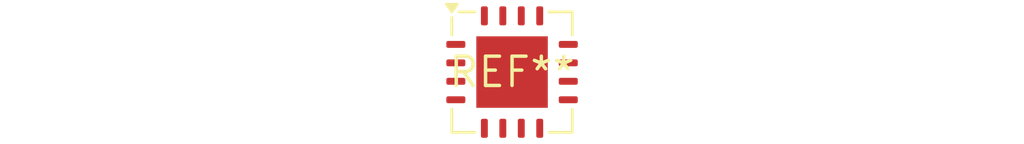
<source format=kicad_pcb>
(kicad_pcb (version 20240108) (generator pcbnew)
  (layers (0 "F.Cu" signal) (31 "B.Cu" signal) (34 "B.Paste" user) (35 "F.Paste" user) (36 "B.SilkS" user "B.Silkscreen") (37 "F.SilkS" user "F.Silkscreen") (38 "B.Mask" user) (39 "F.Mask" user) (44 "Edge.Cuts" user))
  (net 0 "")
  (footprint "TQFN-16-1EP_5x5mm_P0.8mm_EP3.1x3.1mm" (layer "F.Cu") (at 0 0)
    (property "Reference" "REF**")
    (property "Value" "TQFN-16-1EP_5x5mm_P0.8mm_EP3.1x3.1mm")
    (fp_line (start -2.61 -1.61) (end -2.61 -2.37) (layer "F.SilkS") (stroke (width 0.12)))
    (fp_line (start -2.61 2.61) (end -2.61 1.61) (layer "F.SilkS") (stroke (width 0.12)))
    (fp_line (start -1.61 -2.61) (end -2.31 -2.61) (layer "F.SilkS") (stroke (width 0.12)))
    (fp_line (start -1.61 2.61) (end -2.61 2.61) (layer "F.SilkS") (stroke (width 0.12)))
    (fp_line (start 1.61 -2.61) (end 2.61 -2.61) (layer "F.SilkS") (stroke (width 0.12)))
    (fp_line (start 1.61 2.61) (end 2.61 2.61) (layer "F.SilkS") (stroke (width 0.12)))
    (fp_line (start 2.61 -2.61) (end 2.61 -1.61) (layer "F.SilkS") (stroke (width 0.12)))
    (fp_line (start 2.61 2.61) (end 2.61 1.61) (layer "F.SilkS") (stroke (width 0.12)))
    (fp_poly (pts (xy -2.61 -2.61) (xy -2.85 -2.94) (xy -2.37 -2.94) (xy -2.61 -2.61)) (layer "F.SilkS") (stroke (width 0.12)) (fill solid))
    (pad "1" smd roundrect (at -2.4375 -1.2) (size 0.825 0.3) (layers "F.Cu" "F.Paste" "F.Mask"))
    (pad "2" smd roundrect (at -2.4375 -0.4) (size 0.825 0.3) (layers "F.Cu" "F.Paste" "F.Mask"))
    (pad "3" smd roundrect (at -2.4375 0.4) (size 0.825 0.3) (layers "F.Cu" "F.Paste" "F.Mask"))
    (pad "4" smd roundrect (at -2.4375 1.2) (size 0.825 0.3) (layers "F.Cu" "F.Paste" "F.Mask"))
    (pad "5" smd roundrect (at -1.2 2.4375) (size 0.3 0.825) (layers "F.Cu" "F.Paste" "F.Mask"))
    (pad "6" smd roundrect (at -0.4 2.4375) (size 0.3 0.825) (layers "F.Cu" "F.Paste" "F.Mask"))
    (pad "7" smd roundrect (at 0.4 2.4375) (size 0.3 0.825) (layers "F.Cu" "F.Paste" "F.Mask"))
    (pad "8" smd roundrect (at 1.2 2.4375) (size 0.3 0.825) (layers "F.Cu" "F.Paste" "F.Mask"))
    (pad "9" smd roundrect (at 2.4375 1.2) (size 0.825 0.3) (layers "F.Cu" "F.Paste" "F.Mask"))
    (pad "10" smd roundrect (at 2.4375 0.4) (size 0.825 0.3) (layers "F.Cu" "F.Paste" "F.Mask"))
    (pad "11" smd roundrect (at 2.4375 -0.4) (size 0.825 0.3) (layers "F.Cu" "F.Paste" "F.Mask"))
    (pad "12" smd roundrect (at 2.4375 -1.2) (size 0.825 0.3) (layers "F.Cu" "F.Paste" "F.Mask"))
    (pad "13" smd roundrect (at 1.2 -2.4375) (size 0.3 0.825) (layers "F.Cu" "F.Paste" "F.Mask"))
    (pad "14" smd roundrect (at 0.4 -2.4375) (size 0.3 0.825) (layers "F.Cu" "F.Paste" "F.Mask"))
    (pad "15" smd roundrect (at -0.4 -2.4375) (size 0.3 0.825) (layers "F.Cu" "F.Paste" "F.Mask"))
    (pad "16" smd roundrect (at -1.2 -2.4375) (size 0.3 0.825) (layers "F.Cu" "F.Paste" "F.Mask"))
    (pad "17" smd rect (at 0 0) (size 3.1 3.1) (property pad_prop_heatsink) (layers "F.Cu" "F.Mask"))
  )
)
</source>
